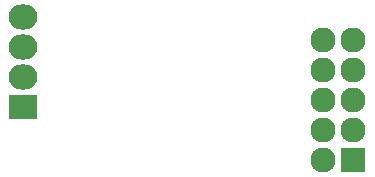
<source format=gbr>
G04 #@! TF.FileFunction,Soldermask,Bot*
%FSLAX45Y45*%
G04 Gerber Fmt 4.5, Leading zero omitted, Abs format (unit mm)*
G04 Created by KiCad (PCBNEW 4.0.1-stable) date 12-Feb-16 11:08:01 AM*
%MOMM*%
G01*
G04 APERTURE LIST*
%ADD10C,0.100000*%
%ADD11R,2.432000X2.127200*%
%ADD12O,2.432000X2.127200*%
%ADD13R,2.127200X2.127200*%
%ADD14O,2.127200X2.127200*%
G04 APERTURE END LIST*
D10*
D11*
X318940Y-1104320D03*
D12*
X318940Y-850320D03*
X318940Y-596320D03*
X318940Y-342320D03*
D13*
X3114000Y-1557000D03*
D14*
X2860000Y-1557000D03*
X3114000Y-1303000D03*
X2860000Y-1303000D03*
X3114000Y-1049000D03*
X2860000Y-1049000D03*
X3114000Y-795000D03*
X2860000Y-795000D03*
X3114000Y-541000D03*
X2860000Y-541000D03*
M02*

</source>
